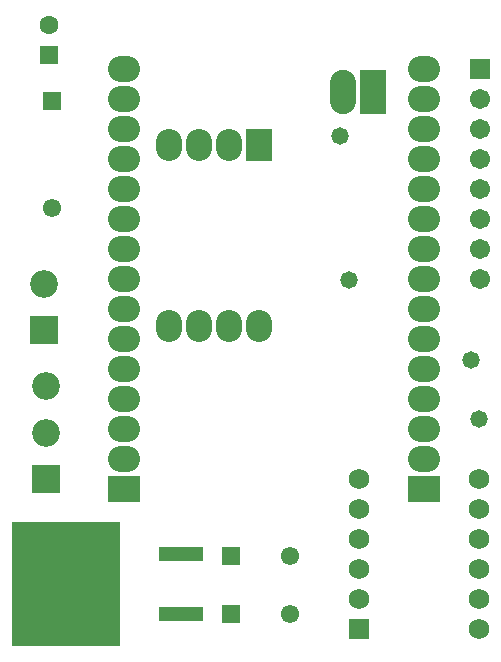
<source format=gbr>
G04*
G04 #@! TF.GenerationSoftware,Altium Limited,Altium Designer,25.0.2 (28)*
G04*
G04 Layer_Color=8388736*
%FSLAX44Y44*%
%MOMM*%
G71*
G04*
G04 #@! TF.SameCoordinates,4711C13A-52D9-45D7-B3A0-D515BE669C82*
G04*
G04*
G04 #@! TF.FilePolarity,Negative*
G04*
G01*
G75*
%ADD18O,2.2032X3.7432*%
%ADD19R,2.2032X3.7432*%
%ADD20R,9.2032X10.5532*%
%ADD21R,3.7032X1.1532*%
%ADD22O,2.7032X2.2032*%
%ADD23R,2.7032X2.2032*%
%ADD24C,2.3532*%
%ADD25R,2.3532X2.3532*%
%ADD26C,1.7272*%
%ADD27R,1.7272X1.7272*%
%ADD28O,2.2032X2.7032*%
%ADD29R,2.2032X2.7032*%
%ADD30R,1.5532X1.5532*%
%ADD31C,1.5532*%
%ADD32C,1.7032*%
%ADD33R,1.7032X1.7032*%
%ADD34C,1.6032*%
%ADD35R,1.6032X1.6032*%
%ADD36R,1.5532X1.5532*%
%ADD37C,1.4732*%
D18*
X1090450Y1311300D02*
D03*
D19*
X1115850D02*
D03*
D20*
X856000Y894750D02*
D03*
D21*
X953500Y920150D02*
D03*
Y869350D02*
D03*
D22*
X1158500Y1330800D02*
D03*
Y1305400D02*
D03*
Y1280000D02*
D03*
Y1254600D02*
D03*
Y1229200D02*
D03*
Y1203800D02*
D03*
Y1178400D02*
D03*
Y1153000D02*
D03*
Y1127600D02*
D03*
Y1102200D02*
D03*
Y1076800D02*
D03*
Y1051400D02*
D03*
Y1026000D02*
D03*
Y1000600D02*
D03*
X904500Y1051400D02*
D03*
Y1330800D02*
D03*
Y1305400D02*
D03*
Y1280000D02*
D03*
Y1254600D02*
D03*
Y1229200D02*
D03*
Y1203800D02*
D03*
Y1178400D02*
D03*
Y1153000D02*
D03*
Y1127600D02*
D03*
Y1102200D02*
D03*
Y1076800D02*
D03*
Y1026000D02*
D03*
Y1000600D02*
D03*
D23*
X1158500Y975200D02*
D03*
X904500D02*
D03*
D24*
X838750Y1062350D02*
D03*
Y1022750D02*
D03*
X837250Y1149000D02*
D03*
D25*
X838750Y983150D02*
D03*
X837250Y1109400D02*
D03*
D26*
X1205350Y983250D02*
D03*
Y957850D02*
D03*
Y932450D02*
D03*
Y907050D02*
D03*
Y881650D02*
D03*
Y856250D02*
D03*
X1103750Y957850D02*
D03*
Y881650D02*
D03*
Y983250D02*
D03*
Y932450D02*
D03*
Y907050D02*
D03*
D27*
Y856250D02*
D03*
D28*
X943050Y1113100D02*
D03*
X968450D02*
D03*
X993850D02*
D03*
X1019250D02*
D03*
X943050Y1266500D02*
D03*
X968450D02*
D03*
X993850D02*
D03*
D29*
X1019250D02*
D03*
D30*
X995750Y918250D02*
D03*
Y869000D02*
D03*
D31*
X1045750Y918250D02*
D03*
Y869000D02*
D03*
X844250Y1213250D02*
D03*
D32*
X1206000Y1153050D02*
D03*
Y1178450D02*
D03*
Y1203850D02*
D03*
Y1229250D02*
D03*
Y1254650D02*
D03*
Y1280050D02*
D03*
Y1305450D02*
D03*
D33*
Y1330850D02*
D03*
D34*
X841750Y1368201D02*
D03*
D35*
Y1342800D02*
D03*
D36*
X844250Y1303250D02*
D03*
D37*
X1088000Y1273750D02*
D03*
X1095500Y1152000D02*
D03*
X1205350Y1034422D02*
D03*
X1198626Y1084580D02*
D03*
M02*

</source>
